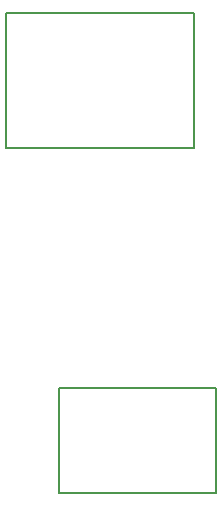
<source format=gbr>
%TF.GenerationSoftware,KiCad,Pcbnew,(7.0.0-0)*%
%TF.CreationDate,2023-08-03T18:37:04+02:00*%
%TF.ProjectId,flipperbrain-shield,666c6970-7065-4726-9272-61696e2d7368,rev?*%
%TF.SameCoordinates,Original*%
%TF.FileFunction,OtherDrawing,Comment*%
%FSLAX46Y46*%
G04 Gerber Fmt 4.6, Leading zero omitted, Abs format (unit mm)*
G04 Created by KiCad (PCBNEW (7.0.0-0)) date 2023-08-03 18:37:04*
%MOMM*%
%LPD*%
G01*
G04 APERTURE LIST*
%ADD10C,0.150000*%
G04 APERTURE END LIST*
D10*
X93650000Y-56185000D02*
X109525000Y-56185000D01*
X109525000Y-56185000D02*
X109525000Y-67615000D01*
X109525000Y-67615000D02*
X93650000Y-67615000D01*
X93650000Y-67615000D02*
X93650000Y-56185000D01*
X98095000Y-87935000D02*
X111430000Y-87935000D01*
X111430000Y-87935000D02*
X111430000Y-96825000D01*
X111430000Y-96825000D02*
X98095000Y-96825000D01*
X98095000Y-96825000D02*
X98095000Y-87935000D01*
M02*

</source>
